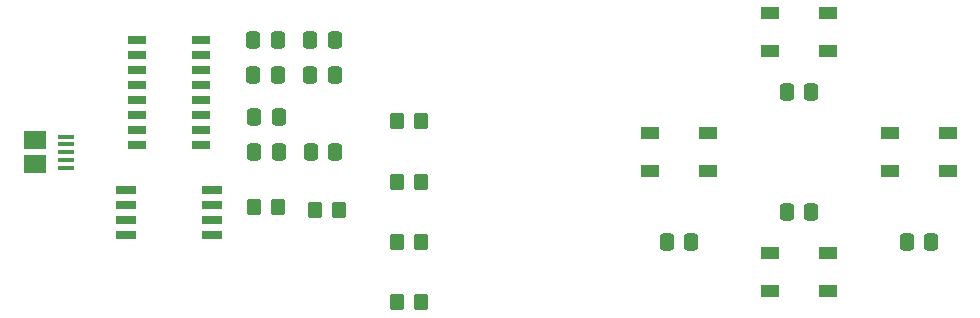
<source format=gbr>
%TF.GenerationSoftware,KiCad,Pcbnew,(6.0.7)*%
%TF.CreationDate,2022-09-13T21:36:05-06:00*%
%TF.ProjectId,attiny_rfid_light,61747469-6e79-45f7-9266-69645f6c6967,rev?*%
%TF.SameCoordinates,Original*%
%TF.FileFunction,Paste,Top*%
%TF.FilePolarity,Positive*%
%FSLAX46Y46*%
G04 Gerber Fmt 4.6, Leading zero omitted, Abs format (unit mm)*
G04 Created by KiCad (PCBNEW (6.0.7)) date 2022-09-13 21:36:05*
%MOMM*%
%LPD*%
G01*
G04 APERTURE LIST*
G04 Aperture macros list*
%AMRoundRect*
0 Rectangle with rounded corners*
0 $1 Rounding radius*
0 $2 $3 $4 $5 $6 $7 $8 $9 X,Y pos of 4 corners*
0 Add a 4 corners polygon primitive as box body*
4,1,4,$2,$3,$4,$5,$6,$7,$8,$9,$2,$3,0*
0 Add four circle primitives for the rounded corners*
1,1,$1+$1,$2,$3*
1,1,$1+$1,$4,$5*
1,1,$1+$1,$6,$7*
1,1,$1+$1,$8,$9*
0 Add four rect primitives between the rounded corners*
20,1,$1+$1,$2,$3,$4,$5,0*
20,1,$1+$1,$4,$5,$6,$7,0*
20,1,$1+$1,$6,$7,$8,$9,0*
20,1,$1+$1,$8,$9,$2,$3,0*%
G04 Aperture macros list end*
%ADD10R,1.700000X0.650000*%
%ADD11RoundRect,0.250000X-0.350000X-0.450000X0.350000X-0.450000X0.350000X0.450000X-0.350000X0.450000X0*%
%ADD12RoundRect,0.250000X0.350000X0.450000X-0.350000X0.450000X-0.350000X-0.450000X0.350000X-0.450000X0*%
%ADD13R,1.350000X0.400000*%
%ADD14R,1.900000X1.500000*%
%ADD15R,1.550000X0.650000*%
%ADD16R,1.500000X1.000000*%
%ADD17RoundRect,0.250000X-0.337500X-0.475000X0.337500X-0.475000X0.337500X0.475000X-0.337500X0.475000X0*%
%ADD18RoundRect,0.250000X0.337500X0.475000X-0.337500X0.475000X-0.337500X-0.475000X0.337500X-0.475000X0*%
G04 APERTURE END LIST*
D10*
%TO.C,U1*%
X80170000Y-89535000D03*
X80170000Y-90805000D03*
X80170000Y-92075000D03*
X80170000Y-93345000D03*
X87470000Y-93345000D03*
X87470000Y-92075000D03*
X87470000Y-90805000D03*
X87470000Y-89535000D03*
%TD*%
D11*
%TO.C,R_ANT1*%
X98196500Y-91267400D03*
X96196500Y-91267400D03*
%TD*%
%TO.C,R_5*%
X103131600Y-83697900D03*
X105131600Y-83697900D03*
%TD*%
%TO.C,R_4*%
X103140000Y-88900000D03*
X105140000Y-88900000D03*
%TD*%
%TO.C,R_3*%
X103140000Y-93980000D03*
X105140000Y-93980000D03*
%TD*%
D12*
%TO.C,R_2*%
X105140000Y-99060000D03*
X103140000Y-99060000D03*
%TD*%
D11*
%TO.C,R_1*%
X91042200Y-90988900D03*
X93042200Y-90988900D03*
%TD*%
D13*
%TO.C,J_POWER1*%
X75122500Y-85060000D03*
X75122500Y-85710000D03*
X75122500Y-86360000D03*
X75122500Y-87010000D03*
X75122500Y-87660000D03*
D14*
X72422500Y-85360000D03*
X72422500Y-87360000D03*
%TD*%
D15*
%TO.C,IC1*%
X81095000Y-76835000D03*
X81095000Y-78105000D03*
X81095000Y-79375000D03*
X81095000Y-80645000D03*
X81095000Y-81915000D03*
X81095000Y-83185000D03*
X81095000Y-84455000D03*
X81095000Y-85725000D03*
X86545000Y-85725000D03*
X86545000Y-84455000D03*
X86545000Y-83185000D03*
X86545000Y-81915000D03*
X86545000Y-80645000D03*
X86545000Y-79375000D03*
X86545000Y-78105000D03*
X86545000Y-76835000D03*
%TD*%
D16*
%TO.C,D4*%
X124550000Y-84760000D03*
X124550000Y-87960000D03*
X129450000Y-87960000D03*
X129450000Y-84760000D03*
%TD*%
%TO.C,D3*%
X134710000Y-74600000D03*
X134710000Y-77800000D03*
X139610000Y-77800000D03*
X139610000Y-74600000D03*
%TD*%
%TO.C,D2*%
X144870000Y-84760000D03*
X144870000Y-87960000D03*
X149770000Y-87960000D03*
X149770000Y-84760000D03*
%TD*%
%TO.C,D1*%
X139610000Y-98120000D03*
X139610000Y-94920000D03*
X134710000Y-94920000D03*
X134710000Y-98120000D03*
%TD*%
D17*
%TO.C,C_RES1*%
X97826900Y-76832200D03*
X95751900Y-76832200D03*
%TD*%
%TO.C,C_FCAP1*%
X93016900Y-76832200D03*
X90941900Y-76832200D03*
%TD*%
%TO.C,C_DV2*%
X91012500Y-83350000D03*
X93087500Y-83350000D03*
%TD*%
%TO.C,C_DV1*%
X93016900Y-79842200D03*
X90941900Y-79842200D03*
%TD*%
%TO.C,C_DEC1*%
X91012500Y-86360000D03*
X93087500Y-86360000D03*
%TD*%
%TO.C,C_DC2*%
X95750500Y-79838900D03*
X97825500Y-79838900D03*
%TD*%
%TO.C,C_AGND1*%
X95822500Y-86360000D03*
X97897500Y-86360000D03*
%TD*%
%TO.C,C4*%
X125962500Y-93980000D03*
X128037500Y-93980000D03*
%TD*%
%TO.C,C3*%
X136122500Y-81280000D03*
X138197500Y-81280000D03*
%TD*%
%TO.C,C2*%
X146282500Y-93980000D03*
X148357500Y-93980000D03*
%TD*%
D18*
%TO.C,C1*%
X138197500Y-91440000D03*
X136122500Y-91440000D03*
%TD*%
M02*

</source>
